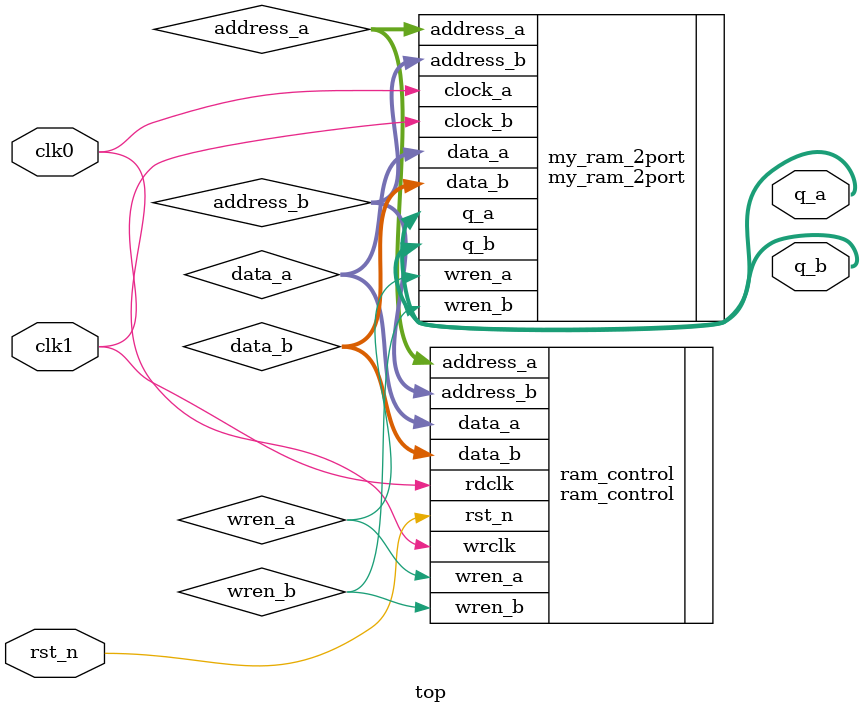
<source format=v>
`timescale 1ns/1ps
module top(clk0,clk1,rst_n,q_a,q_b);
	input clk0;
	input clk1;
	input rst_n;
	output [7:0]q_a;
	output [7:0]q_b;

	

	wire [7:0] data_a;
	wire [7:0] data_b;
	wire wren_a;
	wire wren_b;
	wire [7:0] address_a;
	wire [7:0] address_b;


ram_control ram_control (
	.wrclk(clk0) , 
	.rdclk(clk1),
	.rst_n(rst_n),
	.data_a(data_a),
	.data_b(data_b),
	.address_a(address_a),
	.wren_a(wren_a),
	.wren_b(wren_b),
	.address_b(address_b)
	);


 my_ram_2port my_ram_2port(
	.address_a(address_a),
	.address_b(address_b),
	.clock_a(clk0),
	.clock_b(clk1),
	.data_a(data_a),
	.data_b(data_b),
	.wren_a(wren_a),
	.wren_b(wren_b),
	.q_a(q_a),
	.q_b(q_b)
	);


	// my_pll my_pll (
	// 	.areset(rst_n),
	// 	.inclk0(clk),
	// 	.c0(c0),
	// 	.c1(c1)
	// );
	// my_ram_2port my_ram_2port (
	// 	.data(data),
	// 	.rdaddress(rdaddress),
	// 	.rdclock(clk),
	// 	.wraddress(wraddress),
	// 	.wrclock(clk),
	// 	.wren(wren),
	// 	.q(q)
	// );

endmodule // top

</source>
